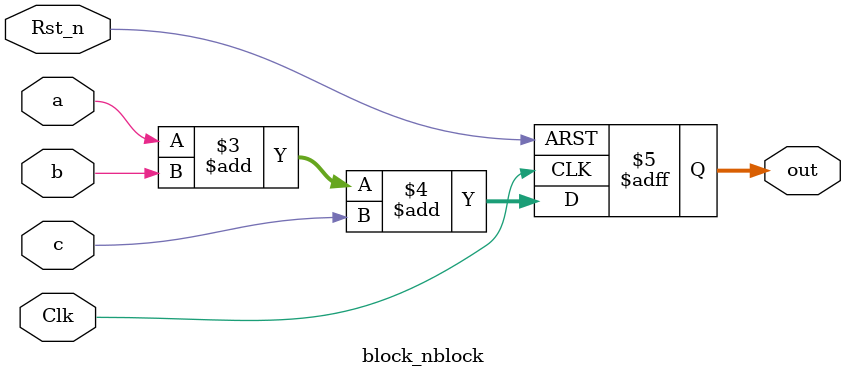
<source format=v>
module block_nblock(Clk,Rst_n,a,b,c,out);
input Clk;
input Rst_n;
input a,b,c;

output reg [1:0] out;
reg [1:0] d;

always @(posedge Clk or negedge Rst_n)
if(!Rst_n)
out=2'b0;
else begin
d = a+b;
out = d+c;
end

endmodule
</source>
